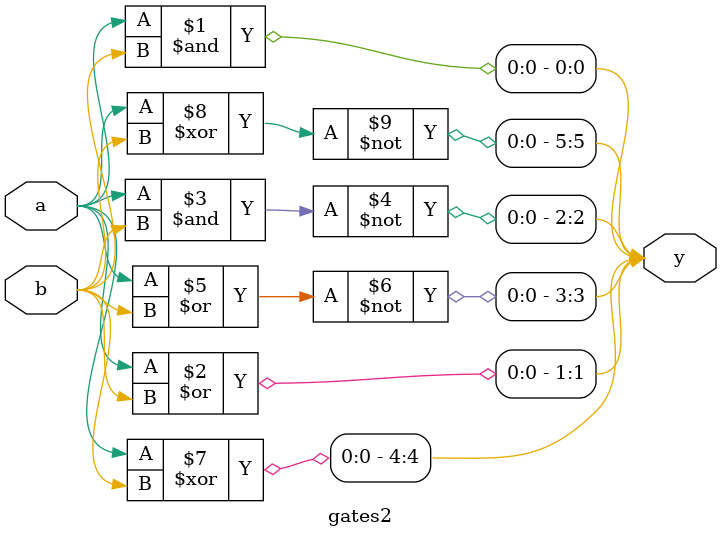
<source format=v>
module  gates2(
    input  a,
    input  b,
    output  [5:0] y
    );
    assign y[0] = a&b;         //与
    assign y[1] = a|b;          //或
    assign y[2] = ~(a&b);      //与非
    assign y[3] = ~(a|b);       //或非
    assign y[4] = a^b;         //异或
    assign y[5] = ~(a^b);        //同或
endmodule 

</source>
